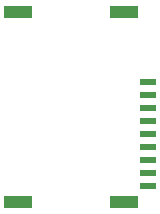
<source format=gbr>
%TF.GenerationSoftware,KiCad,Pcbnew,7.0.8*%
%TF.CreationDate,2023-11-19T15:37:24+01:00*%
%TF.ProjectId,Logger,4c6f6767-6572-42e6-9b69-6361645f7063,rev?*%
%TF.SameCoordinates,Original*%
%TF.FileFunction,Paste,Bot*%
%TF.FilePolarity,Positive*%
%FSLAX46Y46*%
G04 Gerber Fmt 4.6, Leading zero omitted, Abs format (unit mm)*
G04 Created by KiCad (PCBNEW 7.0.8) date 2023-11-19 15:37:24*
%MOMM*%
%LPD*%
G01*
G04 APERTURE LIST*
%ADD10R,1.400000X0.620000*%
%ADD11R,2.400000X1.100000*%
G04 APERTURE END LIST*
D10*
%TO.C,J1*%
X68320000Y-94120000D03*
X68320000Y-95220000D03*
X68320000Y-96320000D03*
X68320000Y-97420000D03*
X68320000Y-98520000D03*
X68320000Y-99620000D03*
X68320000Y-100720000D03*
X68320000Y-101820000D03*
X68320000Y-102920000D03*
D11*
X57320000Y-104300000D03*
X66320000Y-104300000D03*
X66320000Y-88150000D03*
X57320000Y-88150000D03*
%TD*%
M02*

</source>
